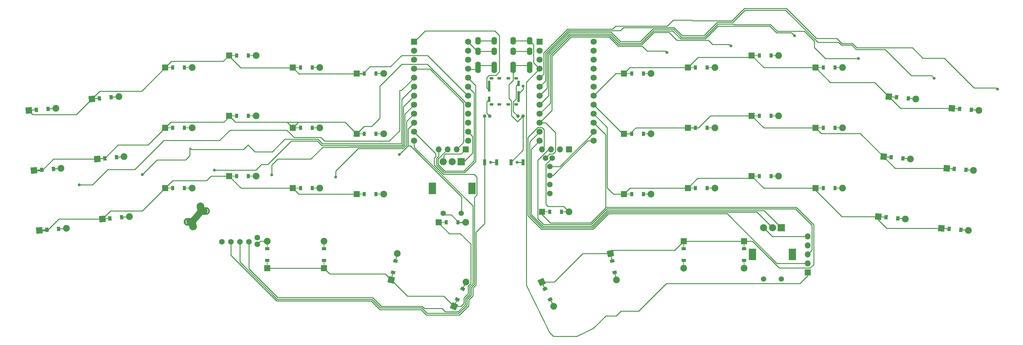
<source format=gbr>
%TF.GenerationSoftware,KiCad,Pcbnew,(6.0.6)*%
%TF.CreationDate,2022-07-17T13:12:23+02:00*%
%TF.ProjectId,main_wired,6d61696e-5f77-4697-9265-642e6b696361,v1.0.0*%
%TF.SameCoordinates,Original*%
%TF.FileFunction,Copper,L1,Top*%
%TF.FilePolarity,Positive*%
%FSLAX46Y46*%
G04 Gerber Fmt 4.6, Leading zero omitted, Abs format (unit mm)*
G04 Created by KiCad (PCBNEW (6.0.6)) date 2022-07-17 13:12:23*
%MOMM*%
%LPD*%
G01*
G04 APERTURE LIST*
G04 Aperture macros list*
%AMRotRect*
0 Rectangle, with rotation*
0 The origin of the aperture is its center*
0 $1 length*
0 $2 width*
0 $3 Rotation angle, in degrees counterclockwise*
0 Add horizontal line*
21,1,$1,$2,0,0,$3*%
%AMFreePoly0*
4,1,30,0.035502,0.119852,0.047057,0.112391,0.062500,0.108253,0.078963,0.091790,0.094624,0.081678,0.099251,0.071502,0.108253,0.062500,0.115298,0.036209,0.123753,0.017613,0.122534,0.009204,0.125000,0.000000,0.120281,-0.017613,0.116718,-0.030908,0.113655,-0.052035,0.109897,-0.056366,0.108253,-0.062500,0.080431,-0.090322,0.067530,-0.105189,0.064748,-0.106005,0.062500,-0.108253,
0.000000,-0.125000,-2.160000,-0.125000,-2.195502,-0.119852,-2.254624,-0.081678,-2.283753,-0.017613,-2.273655,0.052035,-2.227530,0.105189,-2.160000,0.125000,0.000000,0.125000,0.035502,0.119852,0.035502,0.119852,$1*%
%AMFreePoly1*
4,1,29,2.195502,0.119852,2.254624,0.081678,2.283753,0.017613,2.273655,-0.052035,2.227530,-0.105189,2.160000,-0.125000,0.000000,-0.125000,-0.035502,-0.119852,-0.047057,-0.112391,-0.062500,-0.108253,-0.078963,-0.091790,-0.094624,-0.081678,-0.099251,-0.071502,-0.108253,-0.062500,-0.115298,-0.036209,-0.123753,-0.017613,-0.122534,-0.009204,-0.125000,0.000000,-0.116718,0.030909,-0.113655,0.052035,
-0.109897,0.056366,-0.108253,0.062500,-0.080431,0.090322,-0.067530,0.105189,-0.064748,0.106005,-0.062500,0.108253,0.000000,0.125000,2.160000,0.125000,2.195502,0.119852,2.195502,0.119852,$1*%
G04 Aperture macros list end*
%TA.AperFunction,ComponentPad*%
%ADD10C,1.000000*%
%TD*%
%TA.AperFunction,ComponentPad*%
%ADD11R,1.700000X1.700000*%
%TD*%
%TA.AperFunction,ComponentPad*%
%ADD12O,1.700000X1.700000*%
%TD*%
%TA.AperFunction,SMDPad,CuDef*%
%ADD13FreePoly0,270.000000*%
%TD*%
%TA.AperFunction,SMDPad,CuDef*%
%ADD14FreePoly1,270.000000*%
%TD*%
%TA.AperFunction,SMDPad,CuDef*%
%ADD15R,1.200000X0.900000*%
%TD*%
%TA.AperFunction,ComponentPad*%
%ADD16C,1.905000*%
%TD*%
%TA.AperFunction,ComponentPad*%
%ADD17R,1.778000X1.778000*%
%TD*%
%TA.AperFunction,SMDPad,CuDef*%
%ADD18R,1.000000X0.800000*%
%TD*%
%TA.AperFunction,SMDPad,CuDef*%
%ADD19R,0.700000X1.500000*%
%TD*%
%TA.AperFunction,ComponentPad*%
%ADD20O,1.600000X2.200000*%
%TD*%
%TA.AperFunction,SMDPad,CuDef*%
%ADD21FreePoly0,90.000000*%
%TD*%
%TA.AperFunction,SMDPad,CuDef*%
%ADD22FreePoly1,90.000000*%
%TD*%
%TA.AperFunction,ComponentPad*%
%ADD23C,1.600000*%
%TD*%
%TA.AperFunction,SMDPad,CuDef*%
%ADD24FreePoly1,0.000000*%
%TD*%
%TA.AperFunction,SMDPad,CuDef*%
%ADD25FreePoly0,0.000000*%
%TD*%
%TA.AperFunction,SMDPad,CuDef*%
%ADD26R,0.900000X1.200000*%
%TD*%
%TA.AperFunction,ComponentPad*%
%ADD27R,2.000000X3.200000*%
%TD*%
%TA.AperFunction,ComponentPad*%
%ADD28C,1.500000*%
%TD*%
%TA.AperFunction,ComponentPad*%
%ADD29R,2.000000X2.000000*%
%TD*%
%TA.AperFunction,ComponentPad*%
%ADD30C,2.000000*%
%TD*%
%TA.AperFunction,SMDPad,CuDef*%
%ADD31FreePoly1,355.000000*%
%TD*%
%TA.AperFunction,SMDPad,CuDef*%
%ADD32FreePoly0,355.000000*%
%TD*%
%TA.AperFunction,SMDPad,CuDef*%
%ADD33RotRect,0.900000X1.200000X355.000000*%
%TD*%
%TA.AperFunction,ComponentPad*%
%ADD34RotRect,1.778000X1.778000X355.000000*%
%TD*%
%TA.AperFunction,SMDPad,CuDef*%
%ADD35FreePoly1,283.000000*%
%TD*%
%TA.AperFunction,SMDPad,CuDef*%
%ADD36FreePoly0,283.000000*%
%TD*%
%TA.AperFunction,SMDPad,CuDef*%
%ADD37RotRect,0.900000X1.200000X283.000000*%
%TD*%
%TA.AperFunction,ComponentPad*%
%ADD38RotRect,1.778000X1.778000X283.000000*%
%TD*%
%TA.AperFunction,SMDPad,CuDef*%
%ADD39FreePoly0,5.000000*%
%TD*%
%TA.AperFunction,SMDPad,CuDef*%
%ADD40FreePoly1,5.000000*%
%TD*%
%TA.AperFunction,SMDPad,CuDef*%
%ADD41RotRect,0.900000X1.200000X5.000000*%
%TD*%
%TA.AperFunction,ComponentPad*%
%ADD42RotRect,1.778000X1.778000X5.000000*%
%TD*%
%TA.AperFunction,SMDPad,CuDef*%
%ADD43FreePoly0,64.000000*%
%TD*%
%TA.AperFunction,SMDPad,CuDef*%
%ADD44FreePoly1,64.000000*%
%TD*%
%TA.AperFunction,SMDPad,CuDef*%
%ADD45RotRect,0.900000X1.200000X64.000000*%
%TD*%
%TA.AperFunction,ComponentPad*%
%ADD46RotRect,1.778000X1.778000X64.000000*%
%TD*%
%TA.AperFunction,SMDPad,CuDef*%
%ADD47R,0.900000X1.700000*%
%TD*%
%TA.AperFunction,ComponentPad*%
%ADD48R,1.752600X1.752600*%
%TD*%
%TA.AperFunction,ComponentPad*%
%ADD49C,1.752600*%
%TD*%
%TA.AperFunction,SMDPad,CuDef*%
%ADD50FreePoly0,77.000000*%
%TD*%
%TA.AperFunction,SMDPad,CuDef*%
%ADD51FreePoly1,77.000000*%
%TD*%
%TA.AperFunction,SMDPad,CuDef*%
%ADD52RotRect,0.900000X1.200000X77.000000*%
%TD*%
%TA.AperFunction,ComponentPad*%
%ADD53RotRect,1.778000X1.778000X77.000000*%
%TD*%
%TA.AperFunction,SMDPad,CuDef*%
%ADD54FreePoly0,296.000000*%
%TD*%
%TA.AperFunction,SMDPad,CuDef*%
%ADD55FreePoly1,296.000000*%
%TD*%
%TA.AperFunction,SMDPad,CuDef*%
%ADD56RotRect,0.900000X1.200000X296.000000*%
%TD*%
%TA.AperFunction,ComponentPad*%
%ADD57RotRect,1.778000X1.778000X296.000000*%
%TD*%
%TA.AperFunction,ViaPad*%
%ADD58C,0.800000*%
%TD*%
%TA.AperFunction,Conductor*%
%ADD59C,0.250000*%
%TD*%
G04 APERTURE END LIST*
%TO.C,REF\u002A\u002A*%
G36*
X123787627Y-91650004D02*
G01*
X123808642Y-91512006D01*
X123847340Y-91379908D01*
X123848812Y-91375952D01*
X123905494Y-91251452D01*
X123978616Y-91135468D01*
X124066742Y-91029663D01*
X124168438Y-90935699D01*
X124282273Y-90855240D01*
X124313918Y-90836603D01*
X124410104Y-90787499D01*
X124506802Y-90749583D01*
X124608320Y-90721685D01*
X124718971Y-90702635D01*
X124843067Y-90691263D01*
X124851419Y-90690778D01*
X124923465Y-90687374D01*
X124985054Y-90686365D01*
X125040771Y-90688231D01*
X125095200Y-90693454D01*
X125152929Y-90702518D01*
X125218541Y-90715902D01*
X125296625Y-90734091D01*
X125321682Y-90740192D01*
X125382296Y-90754799D01*
X125428577Y-90765082D01*
X125464704Y-90771587D01*
X125494853Y-90774865D01*
X125523204Y-90775461D01*
X125553935Y-90773925D01*
X125569505Y-90772696D01*
X125616035Y-90767788D01*
X125651714Y-90760720D01*
X125684831Y-90749214D01*
X125723676Y-90730995D01*
X125726517Y-90729565D01*
X125765821Y-90708267D01*
X125806055Y-90683325D01*
X125847961Y-90653966D01*
X125892276Y-90619419D01*
X125939744Y-90578911D01*
X125991101Y-90531670D01*
X126047090Y-90476922D01*
X126108451Y-90413897D01*
X126175924Y-90341822D01*
X126250247Y-90259923D01*
X126332164Y-90167429D01*
X126422412Y-90063568D01*
X126521734Y-89947567D01*
X126630868Y-89818654D01*
X126750555Y-89676056D01*
X126847377Y-89560039D01*
X126963897Y-89419943D01*
X127068619Y-89293521D01*
X127162159Y-89179880D01*
X127245132Y-89078123D01*
X127318153Y-88987357D01*
X127381839Y-88906686D01*
X127436805Y-88835215D01*
X127483666Y-88772051D01*
X127523040Y-88716297D01*
X127555540Y-88667059D01*
X127581784Y-88623442D01*
X127602386Y-88584552D01*
X127617962Y-88549493D01*
X127629128Y-88517372D01*
X127636500Y-88487292D01*
X127640693Y-88458359D01*
X127642322Y-88429679D01*
X127642240Y-88417414D01*
X127642156Y-88404915D01*
X127635471Y-88333030D01*
X127619302Y-88245422D01*
X127603704Y-88182608D01*
X130326076Y-88182608D01*
X130329441Y-88215741D01*
X130347462Y-88257753D01*
X130380477Y-88309543D01*
X130406663Y-88344463D01*
X130432448Y-88379949D01*
X130456564Y-88417403D01*
X130472140Y-88445523D01*
X130496376Y-88509328D01*
X130514979Y-88586050D01*
X130527294Y-88670119D01*
X130532661Y-88755969D01*
X130530422Y-88838031D01*
X130524409Y-88887696D01*
X130516495Y-88921494D01*
X130502909Y-88966308D01*
X130485736Y-89015654D01*
X130471483Y-89052403D01*
X130447528Y-89114641D01*
X130432719Y-89162916D01*
X130426739Y-89199908D01*
X130429270Y-89228293D01*
X130439998Y-89250746D01*
X130446999Y-89259188D01*
X130466789Y-89277000D01*
X130483696Y-89280766D01*
X130503934Y-89270460D01*
X130518584Y-89258914D01*
X130557795Y-89217074D01*
X130595566Y-89159410D01*
X130630518Y-89089239D01*
X130661271Y-89009874D01*
X130686444Y-88924635D01*
X130704658Y-88836837D01*
X130710033Y-88798897D01*
X130714683Y-88713598D01*
X130706924Y-88630845D01*
X130685919Y-88547455D01*
X130650827Y-88460244D01*
X130600809Y-88366029D01*
X130591918Y-88351015D01*
X130559864Y-88299622D01*
X130531987Y-88260508D01*
X130504258Y-88228654D01*
X130472654Y-88199047D01*
X130464000Y-88191681D01*
X130422494Y-88159866D01*
X130390238Y-88142708D01*
X130364947Y-88139588D01*
X130344333Y-88149893D01*
X130337037Y-88157454D01*
X130326076Y-88182608D01*
X127603704Y-88182608D01*
X127593841Y-88142886D01*
X127559283Y-88026212D01*
X127523385Y-87917923D01*
X127482287Y-87790475D01*
X127451876Y-87675684D01*
X127431754Y-87570603D01*
X127421525Y-87472286D01*
X127420792Y-87377784D01*
X127429158Y-87284149D01*
X127433817Y-87253121D01*
X127463071Y-87131184D01*
X127509639Y-87010424D01*
X127571737Y-86893287D01*
X127647581Y-86782220D01*
X127735386Y-86679668D01*
X127833368Y-86588080D01*
X127939743Y-86509900D01*
X128003325Y-86472340D01*
X128069163Y-86438502D01*
X128128682Y-86412325D01*
X128186713Y-86392472D01*
X128248081Y-86377603D01*
X128317616Y-86366378D01*
X128400144Y-86357458D01*
X128425398Y-86355262D01*
X128490456Y-86350060D01*
X128540739Y-86346831D01*
X128580512Y-86345611D01*
X128614044Y-86346434D01*
X128645600Y-86349330D01*
X128679448Y-86354336D01*
X128697246Y-86357408D01*
X128834850Y-86391242D01*
X128965398Y-86442079D01*
X129087523Y-86508690D01*
X129199850Y-86589845D01*
X129301009Y-86684311D01*
X129389630Y-86790862D01*
X129464340Y-86908264D01*
X129523767Y-87035290D01*
X129554782Y-87126649D01*
X129564007Y-87164616D01*
X129574280Y-87217324D01*
X129584862Y-87280453D01*
X129595008Y-87349685D01*
X129600984Y-87395626D01*
X129611319Y-87475389D01*
X129621574Y-87538013D01*
X129633540Y-87585402D01*
X129649008Y-87619468D01*
X129669771Y-87642114D01*
X129697618Y-87655253D01*
X129734342Y-87660791D01*
X129781734Y-87660635D01*
X129841585Y-87656693D01*
X129845785Y-87656365D01*
X129995264Y-87648630D01*
X130130128Y-87650415D01*
X130252556Y-87662066D01*
X130364729Y-87683927D01*
X130468829Y-87716340D01*
X130567034Y-87759652D01*
X130595353Y-87774646D01*
X130712380Y-87849714D01*
X130817887Y-87939247D01*
X130910931Y-88041756D01*
X130990567Y-88155749D01*
X131055852Y-88279738D01*
X131105842Y-88412232D01*
X131139591Y-88551744D01*
X131153247Y-88655023D01*
X131158839Y-88766298D01*
X131154576Y-88866831D01*
X131140026Y-88962532D01*
X131126903Y-89017417D01*
X131082463Y-89146454D01*
X131020926Y-89269049D01*
X130943722Y-89383570D01*
X130852282Y-89488384D01*
X130748035Y-89581859D01*
X130632412Y-89662360D01*
X130506843Y-89728255D01*
X130502757Y-89730069D01*
X130435211Y-89757580D01*
X130370322Y-89778537D01*
X130302522Y-89794253D01*
X130226248Y-89806043D01*
X130145072Y-89814439D01*
X130084493Y-89819229D01*
X130033079Y-89821883D01*
X129986385Y-89822132D01*
X129939965Y-89819710D01*
X129889375Y-89814347D01*
X129830170Y-89805774D01*
X129757905Y-89793725D01*
X129734606Y-89789670D01*
X129635375Y-89774638D01*
X129535072Y-89763737D01*
X129438743Y-89757318D01*
X129351430Y-89755735D01*
X129288174Y-89758446D01*
X129244505Y-89762393D01*
X129213244Y-89767192D01*
X129187706Y-89774994D01*
X129161202Y-89787951D01*
X129127046Y-89808214D01*
X129119981Y-89812549D01*
X129089048Y-89832915D01*
X129056758Y-89857151D01*
X129021906Y-89886481D01*
X128983287Y-89922132D01*
X128939696Y-89965330D01*
X128889928Y-90017301D01*
X128832779Y-90079270D01*
X128767044Y-90152465D01*
X128691517Y-90238110D01*
X128611409Y-90330038D01*
X128475604Y-90487542D01*
X128340979Y-90645616D01*
X128208897Y-90802590D01*
X128080721Y-90956798D01*
X127957811Y-91106570D01*
X127841532Y-91250239D01*
X127733246Y-91386136D01*
X127634314Y-91512594D01*
X127546098Y-91627943D01*
X127489601Y-91703701D01*
X127427079Y-91789905D01*
X127376259Y-91864032D01*
X127336579Y-91928708D01*
X127307484Y-91986558D01*
X127288415Y-92040207D01*
X127278812Y-92092279D01*
X127278119Y-92145400D01*
X127285776Y-92202194D01*
X127301226Y-92265284D01*
X127323911Y-92337298D01*
X127343107Y-92392489D01*
X127379804Y-92498357D01*
X127409631Y-92590918D01*
X127433716Y-92674257D01*
X127453186Y-92752455D01*
X127469171Y-92829595D01*
X127478394Y-92882130D01*
X127497058Y-93036569D01*
X127500256Y-93180329D01*
X127487787Y-93314280D01*
X127459450Y-93439296D01*
X127415042Y-93556245D01*
X127354362Y-93665999D01*
X127277207Y-93769430D01*
X127271244Y-93776389D01*
X127170931Y-93877925D01*
X127058134Y-93965453D01*
X126934425Y-94037959D01*
X126801378Y-94094428D01*
X126754900Y-94109612D01*
X126709934Y-94120758D01*
X126651358Y-94131712D01*
X126584478Y-94141824D01*
X126514600Y-94150446D01*
X126447026Y-94156930D01*
X126387063Y-94160627D01*
X126340015Y-94160890D01*
X126336664Y-94160726D01*
X126241539Y-94152062D01*
X126156611Y-94136209D01*
X126073749Y-94111487D01*
X126043159Y-94100211D01*
X125927557Y-94045893D01*
X125816672Y-93974634D01*
X125712232Y-93888399D01*
X125615963Y-93789150D01*
X125529597Y-93678854D01*
X125454858Y-93559474D01*
X125393477Y-93432974D01*
X125350552Y-93312881D01*
X125339537Y-93267935D01*
X125329725Y-93210449D01*
X125320764Y-93138081D01*
X125313814Y-93066049D01*
X125307521Y-92997675D01*
X125301565Y-92945898D01*
X125294988Y-92908217D01*
X125286834Y-92882132D01*
X125276146Y-92865143D01*
X125261964Y-92854750D01*
X125243333Y-92848451D01*
X125229392Y-92845555D01*
X125202058Y-92843131D01*
X125163457Y-92842964D01*
X125121330Y-92845057D01*
X125115784Y-92845514D01*
X124945989Y-92853567D01*
X124787888Y-92847282D01*
X124641768Y-92826700D01*
X124507918Y-92791863D01*
X124386628Y-92742813D01*
X124377177Y-92738126D01*
X124254038Y-92665964D01*
X124143161Y-92580104D01*
X124045591Y-92481791D01*
X123962363Y-92372271D01*
X123894518Y-92252784D01*
X123843097Y-92124575D01*
X123831051Y-92084679D01*
X123798795Y-91937813D01*
X123792119Y-91870710D01*
X123784332Y-91792430D01*
X123786024Y-91719295D01*
X124387890Y-91719295D01*
X124390596Y-91818350D01*
X124404528Y-91916836D01*
X124428556Y-92012245D01*
X124461549Y-92102070D01*
X124502372Y-92183802D01*
X124549897Y-92254936D01*
X124602989Y-92312962D01*
X124660518Y-92355372D01*
X124679379Y-92365097D01*
X124707283Y-92377781D01*
X124727152Y-92386382D01*
X124733861Y-92388826D01*
X124743022Y-92384149D01*
X124761504Y-92372970D01*
X124763582Y-92371658D01*
X124781693Y-92356472D01*
X124789332Y-92342605D01*
X124789313Y-92341794D01*
X124781498Y-92314571D01*
X124762824Y-92276167D01*
X124735055Y-92229792D01*
X124699954Y-92178655D01*
X124698994Y-92177340D01*
X124638080Y-92083804D01*
X124594052Y-91991828D01*
X124565476Y-91897407D01*
X124550926Y-91796538D01*
X124548818Y-91757024D01*
X124549050Y-91687241D01*
X124555804Y-91628606D01*
X124570747Y-91573755D01*
X124595550Y-91515322D01*
X124610106Y-91486403D01*
X124642700Y-91416378D01*
X124662780Y-91355988D01*
X124670222Y-91306262D01*
X124664904Y-91268228D01*
X124646702Y-91242912D01*
X124639937Y-91238591D01*
X124624830Y-91231750D01*
X124611335Y-91231278D01*
X124593571Y-91238468D01*
X124565657Y-91254608D01*
X124564925Y-91255048D01*
X124514369Y-91296468D01*
X124471747Y-91354564D01*
X124437401Y-91428441D01*
X124411673Y-91517204D01*
X124394903Y-91619958D01*
X124387890Y-91719295D01*
X123786024Y-91719295D01*
X123787627Y-91650004D01*
G37*
%TD*%
D10*
%TO.P,,1*%
%TO.N,L_POS*%
X210113557Y-61956210D03*
%TO.P,,2*%
%TO.N,L_GND*%
X208613557Y-61956210D03*
%TD*%
D11*
%TO.P,REF\u002A\u002A,1*%
%TO.N,R_VCC*%
X299763557Y-106056210D03*
D12*
%TO.P,REF\u002A\u002A,2*%
%TO.N,R_P2*%
X299763557Y-103516210D03*
%TO.P,REF\u002A\u002A,3*%
%TO.N,R_P3*%
X299763557Y-100976210D03*
%TO.P,REF\u002A\u002A,4*%
%TO.N,N/C*%
X299763557Y-98436210D03*
%TO.P,REF\u002A\u002A,5*%
%TO.N,R_GND*%
X299763557Y-95896210D03*
%TD*%
D13*
%TO.P,D40,*%
%TO.N,mirror_outer_thumb*%
X264763557Y-104866210D03*
D14*
%TO.N,R_P7*%
X264763557Y-97246210D03*
D15*
%TO.P,D40,1*%
X264763557Y-99406210D03*
D16*
%TO.N,mirror_outer_thumb*%
X264763557Y-104866210D03*
D17*
%TO.P,D40,2*%
%TO.N,R_P7*%
X264763557Y-97246210D03*
D15*
%TO.N,mirror_outer_thumb*%
X264763557Y-102706210D03*
%TD*%
D18*
%TO.P,,*%
%TO.N,*%
X217543557Y-58606210D03*
X215333557Y-58606210D03*
X215333557Y-51306210D03*
X217543557Y-51306210D03*
D19*
%TO.P,,1*%
%TO.N,R_POS*%
X218193557Y-52706210D03*
%TO.P,,2*%
%TO.N,R_RAW*%
X218193557Y-55706210D03*
%TO.P,,3*%
%TO.N,N/C*%
X218193557Y-57206210D03*
%TD*%
D20*
%TO.P,REF\u002A\u002A,1*%
%TO.N,L_GND*%
X211363557Y-48756210D03*
X206763557Y-48756210D03*
%TO.P,REF\u002A\u002A,2*%
X206763557Y-47656210D03*
X211363557Y-47656210D03*
%TO.P,REF\u002A\u002A,3*%
%TO.N,L_P1*%
X206763557Y-43656210D03*
X211363557Y-43656210D03*
%TO.P,REF\u002A\u002A,4*%
%TO.N,L_VCC*%
X211363557Y-40656210D03*
X206763557Y-40656210D03*
%TD*%
D21*
%TO.P,D19,*%
%TO.N,outer_thumb*%
X163363557Y-97246210D03*
D22*
%TO.N,L_P7*%
X163363557Y-104866210D03*
D16*
%TO.P,D19,1*%
%TO.N,outer_thumb*%
X163363557Y-97246210D03*
D15*
%TO.N,L_P7*%
X163363557Y-102706210D03*
D17*
%TO.P,D19,2*%
X163363557Y-104866210D03*
D15*
%TO.N,outer_thumb*%
X163363557Y-99406210D03*
%TD*%
D23*
%TO.P,REF\u002A\u002A,A*%
%TO.N,R_P8*%
X227038557Y-76146210D03*
%TO.P,REF\u002A\u002A,B*%
%TO.N,R_P9*%
X227038557Y-78686210D03*
%TO.P,REF\u002A\u002A,C*%
%TO.N,R_GND*%
X227038557Y-81226210D03*
%TO.P,REF\u002A\u002A,D*%
%TO.N,N/C*%
X227038557Y-83766210D03*
%TO.P,REF\u002A\u002A,S1*%
%TO.N,R_P14*%
X225813557Y-73756210D03*
%TO.P,REF\u002A\u002A,S2*%
%TO.N,mirror_inner_thumb_scroll*%
X227663557Y-73756210D03*
%TD*%
D24*
%TO.P,D32,*%
%TO.N,R_P5*%
X283953557Y-61856210D03*
D25*
%TO.N,mirror_middle_home*%
X291573557Y-61856210D03*
D26*
%TO.P,D32,1*%
%TO.N,R_P5*%
X286113557Y-61856210D03*
D16*
%TO.N,mirror_middle_home*%
X291573557Y-61856210D03*
D26*
%TO.P,D32,2*%
X289413557Y-61856210D03*
D17*
%TO.N,R_P5*%
X283953557Y-61856210D03*
%TD*%
D24*
%TO.P,D13,*%
%TO.N,L_P6*%
X154553557Y-82256210D03*
D25*
%TO.N,index_bottom*%
X162173557Y-82256210D03*
D16*
%TO.P,D13,1*%
X162173557Y-82256210D03*
D26*
%TO.N,L_P6*%
X156713557Y-82256210D03*
D17*
%TO.P,D13,2*%
X154553557Y-82256210D03*
D26*
%TO.N,index_bottom*%
X160013557Y-82256210D03*
%TD*%
D24*
%TO.P,D29,*%
%TO.N,R_P5*%
X301953557Y-65256210D03*
D25*
%TO.N,mirror_ring_home*%
X309573557Y-65256210D03*
D16*
%TO.P,D29,1*%
X309573557Y-65256210D03*
D26*
%TO.N,R_P5*%
X304113557Y-65256210D03*
%TO.P,D29,2*%
%TO.N,mirror_ring_home*%
X307413557Y-65256210D03*
D17*
%TO.N,R_P5*%
X301953557Y-65256210D03*
%TD*%
D27*
%TO.P,ROT2,*%
%TO.N,*%
X284203557Y-100936210D03*
X295403557Y-100936210D03*
D28*
%TO.P,ROT2,1*%
%TO.N,R_P20*%
X292303557Y-107936210D03*
%TO.P,ROT2,2*%
%TO.N,mirror_outer_thumb_rotary*%
X287303557Y-107936210D03*
D29*
%TO.P,ROT2,A*%
%TO.N,R_P10*%
X292303557Y-93436210D03*
D30*
%TO.P,ROT2,B*%
%TO.N,R_GND*%
X287303557Y-93436210D03*
%TO.P,ROT2,C*%
%TO.N,R_P16*%
X289803557Y-93436210D03*
%TD*%
D11*
%TO.P,OLED2,1*%
%TO.N,R_GND*%
X232473557Y-71306210D03*
D12*
%TO.P,OLED2,2*%
%TO.N,R_VCC*%
X229933557Y-71306210D03*
%TO.P,OLED2,3*%
%TO.N,R_P3*%
X227393557Y-71306210D03*
%TO.P,OLED2,4*%
%TO.N,R_P2*%
X224853557Y-71306210D03*
%TD*%
D31*
%TO.P,D22,*%
%TO.N,R_P6*%
X337451417Y-93580107D03*
D32*
%TO.N,mirror_outer_bottom*%
X345042421Y-94244233D03*
D33*
%TO.P,D22,1*%
%TO.N,R_P6*%
X339603198Y-93768363D03*
D16*
%TO.N,mirror_outer_bottom*%
X345042421Y-94244233D03*
D34*
%TO.P,D22,2*%
%TO.N,R_P6*%
X337451417Y-93580107D03*
D33*
%TO.N,mirror_outer_bottom*%
X342890640Y-94055977D03*
%TD*%
D35*
%TO.P,D41,*%
%TO.N,R_P7*%
X244101918Y-100721335D03*
D36*
%TO.N,mirror_home_thumb*%
X245816046Y-108146035D03*
D37*
%TO.P,D41,1*%
%TO.N,R_P7*%
X244587813Y-102825974D03*
D16*
%TO.N,mirror_home_thumb*%
X245816046Y-108146035D03*
D37*
%TO.P,D41,2*%
X245330151Y-106041396D03*
D38*
%TO.N,R_P7*%
X244101918Y-100721335D03*
%TD*%
D25*
%TO.P,D36,*%
%TO.N,mirror_index_top*%
X273573557Y-48256210D03*
D24*
%TO.N,R_P4*%
X265953557Y-48256210D03*
D26*
%TO.P,D36,1*%
X268113557Y-48256210D03*
D16*
%TO.N,mirror_index_top*%
X273573557Y-48256210D03*
D17*
%TO.P,D36,2*%
%TO.N,R_P4*%
X265953557Y-48256210D03*
D26*
%TO.N,mirror_index_top*%
X271413557Y-48256210D03*
%TD*%
D11*
%TO.P,OLED1,1*%
%TO.N,L_GND*%
X203273557Y-71306210D03*
D12*
%TO.P,OLED1,2*%
%TO.N,L_VCC*%
X200733557Y-71306210D03*
%TO.P,OLED1,3*%
%TO.N,L_P3*%
X198193557Y-71306210D03*
%TO.P,OLED1,4*%
%TO.N,L_P2*%
X195653557Y-71306210D03*
%TD*%
D10*
%TO.P,,1*%
%TO.N,R_POS*%
X218013557Y-61956210D03*
%TO.P,,2*%
%TO.N,R_GND*%
X219513557Y-61956210D03*
%TD*%
D25*
%TO.P,D37,*%
%TO.N,mirror_inner_bottom*%
X255573557Y-83956210D03*
D24*
%TO.N,R_P6*%
X247953557Y-83956210D03*
D26*
%TO.P,D37,1*%
X250113557Y-83956210D03*
D16*
%TO.N,mirror_inner_bottom*%
X255573557Y-83956210D03*
D26*
%TO.P,D37,2*%
X253413557Y-83956210D03*
D17*
%TO.N,R_P6*%
X247953557Y-83956210D03*
%TD*%
D25*
%TO.P,D38,*%
%TO.N,mirror_inner_home*%
X255573557Y-66956210D03*
D24*
%TO.N,R_P5*%
X247953557Y-66956210D03*
D26*
%TO.P,D38,1*%
X250113557Y-66956210D03*
D16*
%TO.N,mirror_inner_home*%
X255573557Y-66956210D03*
D26*
%TO.P,D38,2*%
X253413557Y-66956210D03*
D17*
%TO.N,R_P5*%
X247953557Y-66956210D03*
%TD*%
D32*
%TO.P,D24,*%
%TO.N,mirror_outer_top*%
X348005716Y-60373613D03*
D31*
%TO.N,R_P4*%
X340414712Y-59709487D03*
D16*
%TO.P,D24,1*%
%TO.N,mirror_outer_top*%
X348005716Y-60373613D03*
D33*
%TO.N,R_P4*%
X342566493Y-59897743D03*
D34*
%TO.P,D24,2*%
X340414712Y-59709487D03*
D33*
%TO.N,mirror_outer_top*%
X345853935Y-60185357D03*
%TD*%
D25*
%TO.P,D34,*%
%TO.N,mirror_index_bottom*%
X273573557Y-82256210D03*
D24*
%TO.N,R_P6*%
X265953557Y-82256210D03*
D26*
%TO.P,D34,1*%
X268113557Y-82256210D03*
D16*
%TO.N,mirror_index_bottom*%
X273573557Y-82256210D03*
D26*
%TO.P,D34,2*%
X271413557Y-82256210D03*
D17*
%TO.N,R_P6*%
X265953557Y-82256210D03*
%TD*%
D24*
%TO.P,D28,*%
%TO.N,R_P6*%
X301953557Y-82256210D03*
D25*
%TO.N,mirror_ring_bottom*%
X309573557Y-82256210D03*
D26*
%TO.P,D28,1*%
%TO.N,R_P6*%
X304113557Y-82256210D03*
D16*
%TO.N,mirror_ring_bottom*%
X309573557Y-82256210D03*
D26*
%TO.P,D28,2*%
X307413557Y-82256210D03*
D17*
%TO.N,R_P6*%
X301953557Y-82256210D03*
%TD*%
D32*
%TO.P,D25,*%
%TO.N,mirror_pinky_bottom*%
X327259081Y-90981899D03*
D31*
%TO.N,R_P6*%
X319668077Y-90317773D03*
D33*
%TO.P,D25,1*%
X321819858Y-90506029D03*
D16*
%TO.N,mirror_pinky_bottom*%
X327259081Y-90981899D03*
D34*
%TO.P,D25,2*%
%TO.N,R_P6*%
X319668077Y-90317773D03*
D33*
%TO.N,mirror_pinky_bottom*%
X325107300Y-90793643D03*
%TD*%
D24*
%TO.P,D14,*%
%TO.N,L_P5*%
X154553557Y-65256210D03*
D25*
%TO.N,index_home*%
X162173557Y-65256210D03*
D16*
%TO.P,D14,1*%
X162173557Y-65256210D03*
D26*
%TO.N,L_P5*%
X156713557Y-65256210D03*
D17*
%TO.P,D14,2*%
X154553557Y-65256210D03*
D26*
%TO.N,index_home*%
X160013557Y-65256210D03*
%TD*%
D24*
%TO.P,D16,*%
%TO.N,L_P6*%
X172553557Y-83956210D03*
D25*
%TO.N,inner_bottom*%
X180173557Y-83956210D03*
D16*
%TO.P,D16,1*%
X180173557Y-83956210D03*
D26*
%TO.N,L_P6*%
X174713557Y-83956210D03*
D17*
%TO.P,D16,2*%
X172553557Y-83956210D03*
D26*
%TO.N,inner_bottom*%
X178013557Y-83956210D03*
%TD*%
D20*
%TO.P,REF\u002A\u002A,1*%
%TO.N,R_GND*%
X221313557Y-48756210D03*
X216713557Y-48756210D03*
%TO.P,REF\u002A\u002A,2*%
X221313557Y-47656210D03*
X216713557Y-47656210D03*
%TO.P,REF\u002A\u002A,3*%
%TO.N,R_P1*%
X216713557Y-43656210D03*
X221313557Y-43656210D03*
%TO.P,REF\u002A\u002A,4*%
%TO.N,R_VCC*%
X221313557Y-40656210D03*
X216713557Y-40656210D03*
%TD*%
D13*
%TO.P,D46,*%
%TO.N,mirror_outer_thumb_rotary*%
X281763557Y-104866210D03*
D14*
%TO.N,R_P7*%
X281763557Y-97246210D03*
D16*
%TO.P,D46,1*%
%TO.N,mirror_outer_thumb_rotary*%
X281763557Y-104866210D03*
D15*
%TO.N,R_P7*%
X281763557Y-99406210D03*
%TO.P,D46,2*%
%TO.N,mirror_outer_thumb_rotary*%
X281763557Y-102706210D03*
D17*
%TO.N,R_P7*%
X281763557Y-97246210D03*
%TD*%
D24*
%TO.P,D44,*%
%TO.N,R_P7*%
X224853557Y-88956210D03*
D25*
%TO.N,mirror_inner_thumb_scroll*%
X232473557Y-88956210D03*
D16*
%TO.P,D44,1*%
X232473557Y-88956210D03*
D26*
%TO.N,R_P7*%
X227013557Y-88956210D03*
D17*
%TO.P,D44,2*%
X224853557Y-88956210D03*
D26*
%TO.N,mirror_inner_thumb_scroll*%
X230313557Y-88956210D03*
%TD*%
D39*
%TO.P,D2,*%
%TO.N,outer_home*%
X89194049Y-76644797D03*
D40*
%TO.N,L_P5*%
X81603045Y-77308923D03*
D16*
%TO.P,D2,1*%
%TO.N,outer_home*%
X89194049Y-76644797D03*
D41*
%TO.N,L_P5*%
X83754826Y-77120667D03*
%TO.P,D2,2*%
%TO.N,outer_home*%
X87042268Y-76833053D03*
D42*
%TO.N,L_P5*%
X81603045Y-77308923D03*
%TD*%
D27*
%TO.P,ROT1,*%
%TO.N,*%
X205103557Y-82336210D03*
X193903557Y-82336210D03*
D28*
%TO.P,ROT1,1*%
%TO.N,L_P14*%
X202003557Y-89336210D03*
%TO.P,ROT1,2*%
%TO.N,inner_thumb_rotary*%
X197003557Y-89336210D03*
D29*
%TO.P,ROT1,A*%
%TO.N,L_P8*%
X202003557Y-74836210D03*
D30*
%TO.P,ROT1,B*%
%TO.N,L_GND*%
X197003557Y-74836210D03*
%TO.P,ROT1,C*%
%TO.N,L_P9*%
X199503557Y-74836210D03*
%TD*%
D25*
%TO.P,D11,*%
%TO.N,middle_home*%
X144173557Y-61856210D03*
D24*
%TO.N,L_P5*%
X136553557Y-61856210D03*
D16*
%TO.P,D11,1*%
%TO.N,middle_home*%
X144173557Y-61856210D03*
D26*
%TO.N,L_P5*%
X138713557Y-61856210D03*
D17*
%TO.P,D11,2*%
X136553557Y-61856210D03*
D26*
%TO.N,middle_home*%
X142013557Y-61856210D03*
%TD*%
D40*
%TO.P,D1,*%
%TO.N,L_P6*%
X83084692Y-94244233D03*
D39*
%TO.N,outer_bottom*%
X90675696Y-93580107D03*
D41*
%TO.P,D1,1*%
%TO.N,L_P6*%
X85236473Y-94055977D03*
D16*
%TO.N,outer_bottom*%
X90675696Y-93580107D03*
D41*
%TO.P,D1,2*%
X88523915Y-93768363D03*
D42*
%TO.N,L_P6*%
X83084692Y-94244233D03*
%TD*%
D43*
%TO.P,D21,*%
%TO.N,inner_thumb*%
X203375544Y-108755250D03*
D44*
%TO.N,L_P7*%
X200035156Y-115604060D03*
D16*
%TO.P,D21,1*%
%TO.N,inner_thumb*%
X203375544Y-108755250D03*
D45*
%TO.N,L_P7*%
X200982038Y-113662665D03*
D46*
%TO.P,D21,2*%
X200035156Y-115604060D03*
D45*
%TO.N,inner_thumb*%
X202428662Y-110696645D03*
%TD*%
D47*
%TO.P,,1*%
%TO.N,R_RST*%
X219463557Y-74956210D03*
%TO.P,,2*%
%TO.N,R_GND*%
X216063557Y-74956210D03*
%TD*%
D31*
%TO.P,D26,*%
%TO.N,R_P5*%
X321149725Y-73382463D03*
D32*
%TO.N,mirror_pinky_home*%
X328740729Y-74046589D03*
D16*
%TO.P,D26,1*%
X328740729Y-74046589D03*
D33*
%TO.N,R_P5*%
X323301506Y-73570719D03*
D34*
%TO.P,D26,2*%
X321149725Y-73382463D03*
D33*
%TO.N,mirror_pinky_home*%
X326588948Y-73858333D03*
%TD*%
D25*
%TO.P,D31,*%
%TO.N,mirror_middle_bottom*%
X291573557Y-78856210D03*
D24*
%TO.N,R_P6*%
X283953557Y-78856210D03*
D26*
%TO.P,D31,1*%
X286113557Y-78856210D03*
D16*
%TO.N,mirror_middle_bottom*%
X291573557Y-78856210D03*
D17*
%TO.P,D31,2*%
%TO.N,R_P6*%
X283953557Y-78856210D03*
D26*
%TO.N,mirror_middle_bottom*%
X289413557Y-78856210D03*
%TD*%
D25*
%TO.P,D30,*%
%TO.N,mirror_ring_top*%
X309573557Y-48256210D03*
D24*
%TO.N,R_P4*%
X301953557Y-48256210D03*
D16*
%TO.P,D30,1*%
%TO.N,mirror_ring_top*%
X309573557Y-48256210D03*
D26*
%TO.N,R_P4*%
X304113557Y-48256210D03*
D17*
%TO.P,D30,2*%
X301953557Y-48256210D03*
D26*
%TO.N,mirror_ring_top*%
X307413557Y-48256210D03*
%TD*%
D24*
%TO.P,D12,*%
%TO.N,L_P4*%
X136553557Y-44856210D03*
D25*
%TO.N,middle_top*%
X144173557Y-44856210D03*
D26*
%TO.P,D12,1*%
%TO.N,L_P4*%
X138713557Y-44856210D03*
D16*
%TO.N,middle_top*%
X144173557Y-44856210D03*
D17*
%TO.P,D12,2*%
%TO.N,L_P4*%
X136553557Y-44856210D03*
D26*
%TO.N,middle_top*%
X142013557Y-44856210D03*
%TD*%
D25*
%TO.P,D15,*%
%TO.N,index_top*%
X162173557Y-48256210D03*
D24*
%TO.N,L_P4*%
X154553557Y-48256210D03*
D16*
%TO.P,D15,1*%
%TO.N,index_top*%
X162173557Y-48256210D03*
D26*
%TO.N,L_P4*%
X156713557Y-48256210D03*
%TO.P,D15,2*%
%TO.N,index_top*%
X160013557Y-48256210D03*
D17*
%TO.N,L_P4*%
X154553557Y-48256210D03*
%TD*%
D39*
%TO.P,D5,*%
%TO.N,pinky_home*%
X106977388Y-73382463D03*
D40*
%TO.N,L_P5*%
X99386384Y-74046589D03*
D16*
%TO.P,D5,1*%
%TO.N,pinky_home*%
X106977388Y-73382463D03*
D41*
%TO.N,L_P5*%
X101538165Y-73858333D03*
%TO.P,D5,2*%
%TO.N,pinky_home*%
X104825607Y-73570719D03*
D42*
%TO.N,L_P5*%
X99386384Y-74046589D03*
%TD*%
D24*
%TO.P,D17,*%
%TO.N,L_P5*%
X172553557Y-66956210D03*
D25*
%TO.N,inner_home*%
X180173557Y-66956210D03*
D26*
%TO.P,D17,1*%
%TO.N,L_P5*%
X174713557Y-66956210D03*
D16*
%TO.N,inner_home*%
X180173557Y-66956210D03*
D17*
%TO.P,D17,2*%
%TO.N,L_P5*%
X172553557Y-66956210D03*
D26*
%TO.N,inner_home*%
X178013557Y-66956210D03*
%TD*%
D25*
%TO.P,D9,*%
%TO.N,ring_top*%
X126173557Y-48256210D03*
D24*
%TO.N,L_P4*%
X118553557Y-48256210D03*
D16*
%TO.P,D9,1*%
%TO.N,ring_top*%
X126173557Y-48256210D03*
D26*
%TO.N,L_P4*%
X120713557Y-48256210D03*
%TO.P,D9,2*%
%TO.N,ring_top*%
X124013557Y-48256210D03*
D17*
%TO.N,L_P4*%
X118553557Y-48256210D03*
%TD*%
D18*
%TO.P,,*%
%TO.N,*%
X212793557Y-51306210D03*
X212793557Y-58606210D03*
X210583557Y-58606210D03*
X210583557Y-51306210D03*
D19*
%TO.P,,1*%
%TO.N,L_POS*%
X209933557Y-57206210D03*
%TO.P,,2*%
%TO.N,L_RAW*%
X209933557Y-54206210D03*
%TO.P,,3*%
%TO.N,N/C*%
X209933557Y-52706210D03*
%TD*%
D25*
%TO.P,D18,*%
%TO.N,inner_top*%
X180173557Y-49956210D03*
D24*
%TO.N,L_P4*%
X172553557Y-49956210D03*
D26*
%TO.P,D18,1*%
X174713557Y-49956210D03*
D16*
%TO.N,inner_top*%
X180173557Y-49956210D03*
D26*
%TO.P,D18,2*%
X178013557Y-49956210D03*
D17*
%TO.N,L_P4*%
X172553557Y-49956210D03*
%TD*%
D24*
%TO.P,D39,*%
%TO.N,R_P4*%
X247953557Y-49956210D03*
D25*
%TO.N,mirror_inner_top*%
X255573557Y-49956210D03*
D26*
%TO.P,D39,1*%
%TO.N,R_P4*%
X250113557Y-49956210D03*
D16*
%TO.N,mirror_inner_top*%
X255573557Y-49956210D03*
D26*
%TO.P,D39,2*%
X253413557Y-49956210D03*
D17*
%TO.N,R_P4*%
X247953557Y-49956210D03*
%TD*%
D23*
%TO.P,REF\u002A\u002A,A*%
%TO.N,L_P10*%
X142173557Y-97431210D03*
%TO.P,REF\u002A\u002A,B*%
%TO.N,L_P16*%
X139633557Y-97431210D03*
%TO.P,REF\u002A\u002A,C*%
%TO.N,L_GND*%
X137093557Y-97431210D03*
%TO.P,REF\u002A\u002A,D*%
%TO.N,N/C*%
X134553557Y-97431210D03*
%TO.P,REF\u002A\u002A,S1*%
%TO.N,L_P20*%
X144563557Y-96206210D03*
%TO.P,REF\u002A\u002A,S2*%
%TO.N,outer_thumb_rotary*%
X144563557Y-98056210D03*
%TD*%
D24*
%TO.P,D7,*%
%TO.N,L_P6*%
X118553557Y-82256210D03*
D25*
%TO.N,ring_bottom*%
X126173557Y-82256210D03*
D16*
%TO.P,D7,1*%
X126173557Y-82256210D03*
D26*
%TO.N,L_P6*%
X120713557Y-82256210D03*
%TO.P,D7,2*%
%TO.N,ring_bottom*%
X124013557Y-82256210D03*
D17*
%TO.N,L_P6*%
X118553557Y-82256210D03*
%TD*%
D39*
%TO.P,D6,*%
%TO.N,pinky_top*%
X105495741Y-56447153D03*
D40*
%TO.N,L_P4*%
X97904737Y-57111279D03*
D16*
%TO.P,D6,1*%
%TO.N,pinky_top*%
X105495741Y-56447153D03*
D41*
%TO.N,L_P4*%
X100056518Y-56923023D03*
%TO.P,D6,2*%
%TO.N,pinky_top*%
X103343960Y-56635409D03*
D42*
%TO.N,L_P4*%
X97904737Y-57111279D03*
%TD*%
D22*
%TO.P,D45,*%
%TO.N,L_P7*%
X147363557Y-104866210D03*
D21*
%TO.N,outer_thumb_rotary*%
X147363557Y-97246210D03*
D16*
%TO.P,D45,1*%
X147363557Y-97246210D03*
D15*
%TO.N,L_P7*%
X147363557Y-102706210D03*
D17*
%TO.P,D45,2*%
X147363557Y-104866210D03*
D15*
%TO.N,outer_thumb_rotary*%
X147363557Y-99406210D03*
%TD*%
D47*
%TO.P,,1*%
%TO.N,L_RST*%
X212063557Y-74956210D03*
%TO.P,,2*%
%TO.N,L_GND*%
X208663557Y-74956210D03*
%TD*%
D25*
%TO.P,D10,*%
%TO.N,middle_bottom*%
X144173557Y-78856210D03*
D24*
%TO.N,L_P6*%
X136553557Y-78856210D03*
D16*
%TO.P,D10,1*%
%TO.N,middle_bottom*%
X144173557Y-78856210D03*
D26*
%TO.N,L_P6*%
X138713557Y-78856210D03*
%TO.P,D10,2*%
%TO.N,middle_bottom*%
X142013557Y-78856210D03*
D17*
%TO.N,L_P6*%
X136553557Y-78856210D03*
%TD*%
D24*
%TO.P,D43,*%
%TO.N,L_P7*%
X195653557Y-91956210D03*
D25*
%TO.N,inner_thumb_rotary*%
X203273557Y-91956210D03*
D16*
%TO.P,D43,1*%
X203273557Y-91956210D03*
D26*
%TO.N,L_P7*%
X197813557Y-91956210D03*
D17*
%TO.P,D43,2*%
X195653557Y-91956210D03*
D26*
%TO.N,inner_thumb_rotary*%
X201113557Y-91956210D03*
%TD*%
D31*
%TO.P,D27,*%
%TO.N,R_P4*%
X322631373Y-56447153D03*
D32*
%TO.N,mirror_pinky_top*%
X330222377Y-57111279D03*
D33*
%TO.P,D27,1*%
%TO.N,R_P4*%
X324783154Y-56635409D03*
D16*
%TO.N,mirror_pinky_top*%
X330222377Y-57111279D03*
D34*
%TO.P,D27,2*%
%TO.N,R_P4*%
X322631373Y-56447153D03*
D33*
%TO.N,mirror_pinky_top*%
X328070596Y-56923023D03*
%TD*%
D48*
%TO.P,MCU2,1*%
%TO.N,R_RAW*%
X224143557Y-40986210D03*
D49*
%TO.P,MCU2,2*%
%TO.N,R_GND*%
X224143557Y-43526210D03*
%TO.P,MCU2,3*%
%TO.N,R_RST*%
X224143557Y-46066210D03*
%TO.P,MCU2,4*%
%TO.N,R_VCC*%
X224143557Y-48606210D03*
%TO.P,MCU2,5*%
%TO.N,R_P21*%
X224143557Y-51146210D03*
%TO.P,MCU2,6*%
%TO.N,R_P20*%
X224143557Y-53686210D03*
%TO.P,MCU2,7*%
%TO.N,R_P19*%
X224143557Y-56226210D03*
%TO.P,MCU2,8*%
%TO.N,R_P18*%
X224143557Y-58766210D03*
%TO.P,MCU2,9*%
%TO.N,R_P15*%
X224143557Y-61306210D03*
%TO.P,MCU2,10*%
%TO.N,R_P14*%
X224143557Y-63846210D03*
%TO.P,MCU2,11*%
%TO.N,R_P16*%
X224143557Y-66386210D03*
%TO.P,MCU2,12*%
%TO.N,R_P10*%
X224143557Y-68926210D03*
%TO.P,MCU2,13*%
%TO.N,R_P1*%
X239383557Y-40986210D03*
%TO.P,MCU2,14*%
%TO.N,R_P0*%
X239383557Y-43526210D03*
%TO.P,MCU2,15*%
%TO.N,R_GND*%
X239383557Y-46066210D03*
%TO.P,MCU2,16*%
X239383557Y-48606210D03*
%TO.P,MCU2,17*%
%TO.N,R_P2*%
X239383557Y-51146210D03*
%TO.P,MCU2,18*%
%TO.N,R_P3*%
X239383557Y-53686210D03*
%TO.P,MCU2,19*%
%TO.N,R_P4*%
X239383557Y-56226210D03*
%TO.P,MCU2,20*%
%TO.N,R_P5*%
X239383557Y-58766210D03*
%TO.P,MCU2,21*%
%TO.N,R_P6*%
X239383557Y-61306210D03*
%TO.P,MCU2,22*%
%TO.N,R_P7*%
X239383557Y-63846210D03*
%TO.P,MCU2,23*%
%TO.N,R_P8*%
X239383557Y-66386210D03*
%TO.P,MCU2,24*%
%TO.N,R_P9*%
X239383557Y-68926210D03*
%TD*%
D50*
%TO.P,D20,*%
%TO.N,home_thumb*%
X184025196Y-100721335D03*
D51*
%TO.N,L_P7*%
X182311068Y-108146035D03*
D52*
%TO.P,D20,1*%
X182796963Y-106041396D03*
D16*
%TO.N,home_thumb*%
X184025196Y-100721335D03*
D53*
%TO.P,D20,2*%
%TO.N,L_P7*%
X182311068Y-108146035D03*
D52*
%TO.N,home_thumb*%
X183539301Y-102825974D03*
%TD*%
D40*
%TO.P,D3,*%
%TO.N,L_P4*%
X80121397Y-60373613D03*
D39*
%TO.N,outer_top*%
X87712401Y-59709487D03*
D41*
%TO.P,D3,1*%
%TO.N,L_P4*%
X82273178Y-60185357D03*
D16*
%TO.N,outer_top*%
X87712401Y-59709487D03*
D42*
%TO.P,D3,2*%
%TO.N,L_P4*%
X80121397Y-60373613D03*
D41*
%TO.N,outer_top*%
X85560620Y-59897743D03*
%TD*%
D32*
%TO.P,D23,*%
%TO.N,mirror_outer_home*%
X346524069Y-77308923D03*
D31*
%TO.N,R_P5*%
X338933065Y-76644797D03*
D33*
%TO.P,D23,1*%
X341084846Y-76833053D03*
D16*
%TO.N,mirror_outer_home*%
X346524069Y-77308923D03*
D34*
%TO.P,D23,2*%
%TO.N,R_P5*%
X338933065Y-76644797D03*
D33*
%TO.N,mirror_outer_home*%
X344372288Y-77120667D03*
%TD*%
D25*
%TO.P,D33,*%
%TO.N,mirror_middle_top*%
X291573557Y-44856210D03*
D24*
%TO.N,R_P4*%
X283953557Y-44856210D03*
D26*
%TO.P,D33,1*%
X286113557Y-44856210D03*
D16*
%TO.N,mirror_middle_top*%
X291573557Y-44856210D03*
D26*
%TO.P,D33,2*%
X289413557Y-44856210D03*
D17*
%TO.N,R_P4*%
X283953557Y-44856210D03*
%TD*%
D40*
%TO.P,D4,*%
%TO.N,L_P6*%
X100868032Y-90981899D03*
D39*
%TO.N,pinky_bottom*%
X108459036Y-90317773D03*
D41*
%TO.P,D4,1*%
%TO.N,L_P6*%
X103019813Y-90793643D03*
D16*
%TO.N,pinky_bottom*%
X108459036Y-90317773D03*
D41*
%TO.P,D4,2*%
X106307255Y-90506029D03*
D42*
%TO.N,L_P6*%
X100868032Y-90981899D03*
%TD*%
D25*
%TO.P,D8,*%
%TO.N,ring_home*%
X126173557Y-65256210D03*
D24*
%TO.N,L_P5*%
X118553557Y-65256210D03*
D26*
%TO.P,D8,1*%
X120713557Y-65256210D03*
D16*
%TO.N,ring_home*%
X126173557Y-65256210D03*
D17*
%TO.P,D8,2*%
%TO.N,L_P5*%
X118553557Y-65256210D03*
D26*
%TO.N,ring_home*%
X124013557Y-65256210D03*
%TD*%
D54*
%TO.P,D42,*%
%TO.N,mirror_inner_thumb*%
X228091957Y-115604060D03*
D55*
%TO.N,R_P7*%
X224751569Y-108755250D03*
D56*
%TO.P,D42,1*%
X225698451Y-110696645D03*
D16*
%TO.N,mirror_inner_thumb*%
X228091957Y-115604060D03*
D56*
%TO.P,D42,2*%
X227145075Y-113662665D03*
D57*
%TO.N,R_P7*%
X224751569Y-108755250D03*
%TD*%
D25*
%TO.P,D35,*%
%TO.N,mirror_index_home*%
X273573557Y-65256210D03*
D24*
%TO.N,R_P5*%
X265953557Y-65256210D03*
D26*
%TO.P,D35,1*%
X268113557Y-65256210D03*
D16*
%TO.N,mirror_index_home*%
X273573557Y-65256210D03*
D17*
%TO.P,D35,2*%
%TO.N,R_P5*%
X265953557Y-65256210D03*
D26*
%TO.N,mirror_index_home*%
X271413557Y-65256210D03*
%TD*%
D48*
%TO.P,MCU1,1*%
%TO.N,L_RAW*%
X188743557Y-40986210D03*
D49*
%TO.P,MCU1,2*%
%TO.N,L_GND*%
X188743557Y-43526210D03*
%TO.P,MCU1,3*%
%TO.N,L_RST*%
X188743557Y-46066210D03*
%TO.P,MCU1,4*%
%TO.N,L_VCC*%
X188743557Y-48606210D03*
%TO.P,MCU1,5*%
%TO.N,L_P21*%
X188743557Y-51146210D03*
%TO.P,MCU1,6*%
%TO.N,L_P20*%
X188743557Y-53686210D03*
%TO.P,MCU1,7*%
%TO.N,L_P19*%
X188743557Y-56226210D03*
%TO.P,MCU1,8*%
%TO.N,L_P18*%
X188743557Y-58766210D03*
%TO.P,MCU1,9*%
%TO.N,L_P15*%
X188743557Y-61306210D03*
%TO.P,MCU1,10*%
%TO.N,L_P14*%
X188743557Y-63846210D03*
%TO.P,MCU1,11*%
%TO.N,L_P16*%
X188743557Y-66386210D03*
%TO.P,MCU1,12*%
%TO.N,L_P10*%
X188743557Y-68926210D03*
%TO.P,MCU1,13*%
%TO.N,L_P1*%
X203983557Y-40986210D03*
%TO.P,MCU1,14*%
%TO.N,L_P0*%
X203983557Y-43526210D03*
%TO.P,MCU1,15*%
%TO.N,L_GND*%
X203983557Y-46066210D03*
%TO.P,MCU1,16*%
X203983557Y-48606210D03*
%TO.P,MCU1,17*%
%TO.N,L_P2*%
X203983557Y-51146210D03*
%TO.P,MCU1,18*%
%TO.N,L_P3*%
X203983557Y-53686210D03*
%TO.P,MCU1,19*%
%TO.N,L_P4*%
X203983557Y-56226210D03*
%TO.P,MCU1,20*%
%TO.N,L_P5*%
X203983557Y-58766210D03*
%TO.P,MCU1,21*%
%TO.N,L_P6*%
X203983557Y-61306210D03*
%TO.P,MCU1,22*%
%TO.N,L_P7*%
X203983557Y-63846210D03*
%TO.P,MCU1,23*%
%TO.N,L_P8*%
X203983557Y-66386210D03*
%TO.P,MCU1,24*%
%TO.N,L_P9*%
X203983557Y-68926210D03*
%TD*%
D58*
%TO.N,L_P21*%
X94360447Y-81322584D03*
%TO.N,L_P20*%
X112143786Y-78429245D03*
%TO.N,L_P19*%
X132440483Y-77192548D03*
%TO.N,L_P18*%
X148637911Y-78565120D03*
%TO.N,L_P15*%
X166637911Y-79135120D03*
%TO.N,L_P14*%
X184637911Y-72775120D03*
%TO.N,R_P21*%
X353216338Y-54326573D03*
%TO.N,R_P20*%
X335432998Y-51269913D03*
%TO.N,R_P19*%
X314038557Y-45654354D03*
%TO.N,R_P18*%
X296038557Y-39274354D03*
%TO.N,R_P15*%
X278038557Y-42174354D03*
%TO.N,R_P14*%
X260038557Y-43974354D03*
%TO.N,L_RST*%
X210362265Y-74970766D03*
%TO.N,R_RAW*%
X219521339Y-53478428D03*
%TO.N,R_RST*%
X217752911Y-74950000D03*
%TD*%
D59*
%TO.N,L_P5*%
X179112911Y-53460120D02*
X185273031Y-47300000D01*
X176812911Y-64800000D02*
X179112911Y-62500000D01*
X179112911Y-62500000D02*
X179112911Y-53460120D01*
X174709767Y-64800000D02*
X176812911Y-64800000D01*
X185273031Y-47300000D02*
X192495935Y-47300000D01*
X192495935Y-47300000D02*
X203982911Y-58786976D01*
X172553557Y-66956210D02*
X174709767Y-64800000D01*
X156963785Y-63649126D02*
X169246473Y-63649126D01*
X169246473Y-63649126D02*
X172553557Y-66956210D01*
X113709767Y-70100000D02*
X118553557Y-65256210D01*
X105296498Y-70100000D02*
X113709767Y-70100000D01*
X101538165Y-73858333D02*
X105296498Y-70100000D01*
X120160641Y-63649126D02*
X135062037Y-63649126D01*
X120160641Y-63649126D02*
X118553557Y-65256210D01*
X136553557Y-61856210D02*
X136553557Y-62157606D01*
X136553557Y-62157606D02*
X135062037Y-63649126D01*
X138346473Y-63649126D02*
X136553557Y-61856210D01*
X138346473Y-63649126D02*
X151263785Y-63649126D01*
X152946473Y-63649126D02*
X151263785Y-63649126D01*
X154553557Y-65256210D02*
X152946473Y-63649126D01*
X151263785Y-63649126D02*
X156963785Y-63649126D01*
X156963785Y-63649126D02*
X156160641Y-63649126D01*
X156160641Y-63649126D02*
X154553557Y-65256210D01*
%TO.N,L_P21*%
X162502265Y-67980766D02*
X163512265Y-68990766D01*
X184692265Y-54700766D02*
X185209121Y-54700766D01*
X133922265Y-68840766D02*
X136863031Y-65900000D01*
X110012265Y-77030766D02*
X118202265Y-68840766D01*
X184692265Y-66050766D02*
X184692265Y-54700766D01*
X136863031Y-65900000D02*
X152881499Y-65900000D01*
X94360447Y-81322584D02*
X98100447Y-81322584D01*
X98100447Y-81322584D02*
X102392265Y-77030766D01*
X102392265Y-77030766D02*
X110012265Y-77030766D01*
X181752265Y-68990766D02*
X184692265Y-66050766D01*
X185209121Y-54700766D02*
X188742911Y-51166976D01*
X152881499Y-65900000D02*
X154962265Y-67980766D01*
X154962265Y-67980766D02*
X162502265Y-67980766D01*
X118202265Y-68840766D02*
X133922265Y-68840766D01*
X163512265Y-68990766D02*
X181752265Y-68990766D01*
%TO.N,L_P6*%
X120682265Y-80120766D02*
X130252265Y-80120766D01*
X130252265Y-80120766D02*
X131496055Y-78876976D01*
X85309038Y-94264999D02*
X88571372Y-91002665D01*
X172552911Y-83976976D02*
X156252911Y-83976976D01*
X88571372Y-91002665D02*
X100867386Y-91002665D01*
X83084046Y-94264999D02*
X85309038Y-94264999D01*
X112139121Y-88690766D02*
X118552911Y-82276976D01*
X139952911Y-82276976D02*
X136552911Y-78876976D01*
X131496055Y-78876976D02*
X136552911Y-78876976D01*
X118552911Y-82250120D02*
X120682265Y-80120766D01*
X156252911Y-83976976D02*
X154552911Y-82276976D01*
X118552911Y-82276976D02*
X118552911Y-82250120D01*
X103179285Y-88690766D02*
X112139121Y-88690766D01*
X154552911Y-82276976D02*
X139952911Y-82276976D01*
X100867386Y-91002665D02*
X103179285Y-88690766D01*
%TO.N,L_P5*%
X83812700Y-77329689D02*
X87075034Y-74067355D01*
X81602399Y-77329689D02*
X83812700Y-77329689D01*
X87075034Y-74067355D02*
X99385738Y-74067355D01*
%TO.N,L_P4*%
X156376701Y-50100766D02*
X156442265Y-50100766D01*
X192535935Y-44800000D02*
X203982911Y-56246976D01*
X154552911Y-48276976D02*
X156376701Y-50100766D01*
X134969121Y-46460766D02*
X136552911Y-44876976D01*
X156442265Y-50100766D02*
X156566055Y-49976976D01*
X176312911Y-48000000D02*
X182063031Y-48000000D01*
X81227138Y-61500766D02*
X93535370Y-61500766D01*
X156566055Y-49976976D02*
X174335935Y-49976976D01*
X80120751Y-60394379D02*
X81227138Y-61500766D01*
X185263031Y-44800000D02*
X192535935Y-44800000D01*
X174335935Y-49976976D02*
X176312911Y-48000000D01*
X120369121Y-46460766D02*
X134969121Y-46460766D01*
X136552911Y-44876976D02*
X136552911Y-44951412D01*
X136552911Y-44951412D02*
X139878475Y-48276976D01*
X139878475Y-48276976D02*
X154552911Y-48276976D01*
X111939121Y-54890766D02*
X120369121Y-46460766D01*
X100145370Y-54890766D02*
X111939121Y-54890766D01*
X182063031Y-48000000D02*
X185263031Y-44800000D01*
X93535370Y-61500766D02*
X100145370Y-54890766D01*
%TO.N,L_P20*%
X141934609Y-70088422D02*
X143848164Y-72001977D01*
X152293190Y-68500000D02*
X161659081Y-68500000D01*
X162929847Y-69770766D02*
X185096681Y-69770766D01*
X116302265Y-74270766D02*
X124302265Y-74270766D01*
X161659081Y-68500000D02*
X162929847Y-69770766D01*
X125922422Y-71355278D02*
X140667753Y-71355278D01*
X140667753Y-71355278D02*
X141934609Y-70088422D01*
X112143786Y-78429245D02*
X116302265Y-74270766D01*
X185096681Y-69770766D02*
X185252265Y-69615182D01*
X143848164Y-72001977D02*
X148791213Y-72001977D01*
X125487910Y-73085121D02*
X125487910Y-70920766D01*
X148791213Y-72001977D02*
X152293190Y-68500000D01*
X185252265Y-57197622D02*
X188742911Y-53706976D01*
X124302265Y-74270766D02*
X125487910Y-73085121D01*
X125487910Y-70920766D02*
X125922422Y-71355278D01*
X185252265Y-69615182D02*
X185252265Y-57197622D01*
%TO.N,L_P19*%
X161472685Y-68950000D02*
X162743451Y-70220766D01*
X147522265Y-75560766D02*
X154133031Y-68950000D01*
X145752265Y-75560766D02*
X147522265Y-75560766D01*
X132440483Y-77192548D02*
X144120483Y-77192548D01*
X154133031Y-68950000D02*
X161472685Y-68950000D01*
X162743451Y-70220766D02*
X185283077Y-70220766D01*
X185283077Y-70220766D02*
X185702265Y-69801578D01*
X144120483Y-77192548D02*
X145752265Y-75560766D01*
X185702265Y-59287622D02*
X188742911Y-56246976D01*
X185702265Y-69801578D02*
X185702265Y-59287622D01*
%TO.N,L_P18*%
X186152265Y-69987974D02*
X186152265Y-61377622D01*
X148637911Y-75748673D02*
X150305818Y-74080766D01*
X148637911Y-78565120D02*
X148637911Y-75748673D01*
X185469473Y-70670766D02*
X186152265Y-69987974D01*
X170412265Y-70670766D02*
X185469473Y-70670766D01*
X162989847Y-70730766D02*
X170352265Y-70730766D01*
X150305818Y-74080766D02*
X159639847Y-74080766D01*
X159639847Y-74080766D02*
X162989847Y-70730766D01*
X186152265Y-61377622D02*
X188742911Y-58786976D01*
X170352265Y-70730766D02*
X170412265Y-70670766D01*
%TO.N,L_P15*%
X172965818Y-71120766D02*
X185655869Y-71120766D01*
X166637911Y-77448673D02*
X172965818Y-71120766D01*
X186602265Y-65371226D02*
X186672495Y-65300996D01*
X166637911Y-79135120D02*
X166637911Y-77448673D01*
X185655869Y-71120766D02*
X186602265Y-70174370D01*
X186672495Y-65300996D02*
X186672495Y-63397392D01*
X186602265Y-70174370D02*
X186602265Y-65371226D01*
X186672495Y-63397392D02*
X188742911Y-61326976D01*
%TO.N,L_P14*%
X202092265Y-84715750D02*
X187737281Y-70360766D01*
X184637911Y-72775120D02*
X187052265Y-70360766D01*
X187052265Y-70360766D02*
X187052265Y-65557622D01*
X187737281Y-70360766D02*
X187052265Y-70360766D01*
X187052265Y-65557622D02*
X188742911Y-63866976D01*
X202092265Y-89805766D02*
X202092265Y-84715750D01*
%TO.N,L_P7*%
X197120147Y-112710463D02*
X186854084Y-112710463D01*
X203972265Y-112100766D02*
X202792265Y-113280766D01*
X195652911Y-91976976D02*
X195652911Y-92081412D01*
X163362911Y-104886976D02*
X147362911Y-104886976D01*
X204712911Y-98000000D02*
X204712911Y-109224541D01*
X201938205Y-115624826D02*
X200034510Y-115624826D01*
X164923196Y-106447261D02*
X163362911Y-104886976D01*
X195652911Y-92081412D02*
X198672265Y-95100766D01*
X200034510Y-115624826D02*
X197120147Y-112710463D01*
X203972265Y-109965187D02*
X203972265Y-112100766D01*
X186854084Y-112710463D02*
X180590882Y-106447261D01*
X204712911Y-109224541D02*
X203972265Y-109965187D01*
X180590882Y-106447261D02*
X164923196Y-106447261D01*
X198672265Y-95100766D02*
X201813677Y-95100766D01*
X202792265Y-113280766D02*
X202792265Y-114770766D01*
X202792265Y-114770766D02*
X201938205Y-115624826D01*
X201813677Y-95100766D02*
X204712911Y-98000000D01*
%TO.N,R_P21*%
X278452911Y-35020000D02*
X267292911Y-35020000D01*
X245572911Y-36510000D02*
X244726701Y-37356210D01*
X261832911Y-34820000D02*
X260142911Y-36510000D01*
X309422911Y-41440000D02*
X308002911Y-40020000D01*
X312342911Y-41440000D02*
X309422911Y-41440000D01*
X346663822Y-53960911D02*
X338302911Y-45600000D01*
X338302911Y-45600000D02*
X332184102Y-45600000D01*
X332184102Y-45600000D02*
X329264102Y-42680000D01*
X329264102Y-42680000D02*
X313582911Y-42680000D01*
X267292911Y-35020000D02*
X267092911Y-34820000D01*
X352850676Y-53960911D02*
X346663822Y-53960911D01*
X353216338Y-54326573D02*
X352850676Y-53960911D01*
X232056701Y-37356210D02*
X225344857Y-44068054D01*
X308002911Y-40020000D02*
X302212911Y-40020000D01*
X260142911Y-36510000D02*
X245572911Y-36510000D01*
X244726701Y-37356210D02*
X232056701Y-37356210D01*
X302212911Y-40020000D02*
X293772911Y-31580000D01*
X281892911Y-31580000D02*
X278452911Y-35020000D01*
X225344857Y-44068054D02*
X225344857Y-50068054D01*
X267092911Y-34820000D02*
X261832911Y-34820000D01*
X313582911Y-42680000D02*
X312342911Y-41440000D01*
X225344857Y-50068054D02*
X224266701Y-51146210D01*
X293772911Y-31580000D02*
X281892911Y-31580000D01*
X224266701Y-51146210D02*
X224143557Y-51146210D01*
%TO.N,R_P6*%
X265953557Y-82256210D02*
X268712087Y-79497680D01*
X309400684Y-90317773D02*
X319668077Y-90317773D01*
X319668077Y-91205166D02*
X322043018Y-93580107D01*
X249653557Y-82256210D02*
X265953557Y-82256210D01*
X301953557Y-82256210D02*
X301953557Y-82870646D01*
X247953557Y-83956210D02*
X244969121Y-83956210D01*
X283312087Y-79497680D02*
X283953557Y-78856210D01*
X283953557Y-78856210D02*
X287353557Y-82256210D01*
X244969121Y-83956210D02*
X243212911Y-82200000D01*
X243212911Y-82200000D02*
X243212911Y-65135564D01*
X301953557Y-82870646D02*
X309400684Y-90317773D01*
X319668077Y-90317773D02*
X319668077Y-91205166D01*
X247953557Y-83956210D02*
X249653557Y-82256210D01*
X243212911Y-65135564D02*
X239383557Y-61306210D01*
X322043018Y-93580107D02*
X337451417Y-93580107D01*
X287353557Y-82256210D02*
X301953557Y-82256210D01*
X268712087Y-79497680D02*
X283312087Y-79497680D01*
%TO.N,R_P5*%
X301953557Y-65256210D02*
X287353557Y-65256210D01*
X303527347Y-66830000D02*
X301953557Y-65256210D01*
X247573557Y-66956210D02*
X239383557Y-58766210D01*
X324412059Y-76644797D02*
X321149725Y-73382463D01*
X268916848Y-65256210D02*
X272316848Y-61856210D01*
X272316848Y-61856210D02*
X283953557Y-61856210D01*
X338933065Y-76644797D02*
X324412059Y-76644797D01*
X249576701Y-66956210D02*
X251276701Y-65256210D01*
X287353557Y-65256210D02*
X283953557Y-61856210D01*
X321149725Y-73382463D02*
X314597262Y-66830000D01*
X247953557Y-66956210D02*
X249576701Y-66956210D01*
X247953557Y-66956210D02*
X247573557Y-66956210D01*
X251276701Y-65256210D02*
X265953557Y-65256210D01*
X314597262Y-66830000D02*
X303527347Y-66830000D01*
X265953557Y-65256210D02*
X268916848Y-65256210D01*
%TO.N,R_P4*%
X247953557Y-49956210D02*
X245653557Y-49956210D01*
X283464056Y-45345711D02*
X283953557Y-44856210D01*
X322631373Y-56447153D02*
X318615429Y-52431209D01*
X245653557Y-49956210D02*
X239383557Y-56226210D01*
X268864056Y-45345711D02*
X283464056Y-45345711D01*
X265953557Y-48256210D02*
X268864056Y-45345711D01*
X287353557Y-48256210D02*
X283953557Y-44856210D01*
X249653557Y-48256210D02*
X265953557Y-48256210D01*
X318615429Y-52431209D02*
X306128556Y-52431209D01*
X340414712Y-59709487D02*
X325893707Y-59709487D01*
X325893707Y-59709487D02*
X322631373Y-56447153D01*
X306128556Y-52431209D02*
X301953557Y-48256210D01*
X247953557Y-49956210D02*
X249653557Y-48256210D01*
X301953557Y-48256210D02*
X287353557Y-48256210D01*
%TO.N,R_P20*%
X313396515Y-43130000D02*
X312156515Y-41890000D01*
X302624122Y-41131211D02*
X293522911Y-32030000D01*
X282079307Y-32030000D02*
X278639307Y-35470000D01*
X278639307Y-35470000D02*
X274272911Y-35470000D01*
X262062911Y-36960000D02*
X247786062Y-36960000D01*
X225794857Y-51193805D02*
X225812911Y-51211859D01*
X264302911Y-39200000D02*
X262062911Y-36960000D01*
X309236515Y-41890000D02*
X308477726Y-41131211D01*
X232243097Y-37806210D02*
X225794857Y-44254450D01*
X335432998Y-51269913D02*
X334676159Y-50513074D01*
X247786062Y-36960000D02*
X246939852Y-37806210D01*
X308477726Y-41131211D02*
X302624122Y-41131211D01*
X312156515Y-41890000D02*
X309236515Y-41890000D01*
X321569080Y-43130000D02*
X313396515Y-43130000D01*
X270542911Y-39200000D02*
X264302911Y-39200000D01*
X225812911Y-51211859D02*
X225812911Y-52016856D01*
X328952154Y-50513074D02*
X321569080Y-43130000D01*
X274272911Y-35470000D02*
X270542911Y-39200000D01*
X334676159Y-50513074D02*
X328952154Y-50513074D01*
X246939852Y-37806210D02*
X232243097Y-37806210D01*
X225812911Y-52016856D02*
X224143557Y-53686210D01*
X293522911Y-32030000D02*
X282079307Y-32030000D01*
X225794857Y-44254450D02*
X225794857Y-51193805D01*
%TO.N,R_P19*%
X291169767Y-37981211D02*
X289288556Y-36100000D01*
X246902911Y-40890000D02*
X244269121Y-38256210D01*
X298837726Y-37981211D02*
X291169767Y-37981211D01*
X226262911Y-54106856D02*
X224143557Y-56226210D01*
X289288556Y-36100000D02*
X279005703Y-36100000D01*
X244269121Y-38256210D02*
X232429493Y-38256210D01*
X232429493Y-38256210D02*
X226262911Y-44422792D01*
X252552911Y-40890000D02*
X246902911Y-40890000D01*
X301612911Y-42530000D02*
X301612911Y-40756396D01*
X274459307Y-35920000D02*
X270729307Y-39650000D01*
X264116515Y-39650000D02*
X261876515Y-37410000D01*
X256032911Y-37410000D02*
X252552911Y-40890000D01*
X261876515Y-37410000D02*
X256032911Y-37410000D01*
X301612911Y-40756396D02*
X298837726Y-37981211D01*
X278825703Y-35920000D02*
X274459307Y-35920000D01*
X279005703Y-36100000D02*
X278825703Y-35920000D01*
X314038557Y-45654354D02*
X304737265Y-45654354D01*
X270729307Y-39650000D02*
X264116515Y-39650000D01*
X226262911Y-44422792D02*
X226262911Y-54106856D01*
X304737265Y-45654354D02*
X301612911Y-42530000D01*
%TO.N,R_P18*%
X290983371Y-38431211D02*
X289102160Y-36550000D01*
X226712911Y-56196856D02*
X224143557Y-58766210D01*
X261690119Y-37860000D02*
X256219307Y-37860000D01*
X226712911Y-44609188D02*
X226712911Y-56196856D01*
X289102160Y-36550000D02*
X274465703Y-36550000D01*
X252739307Y-41340000D02*
X246716515Y-41340000D01*
X232615889Y-38706210D02*
X226712911Y-44609188D01*
X270915703Y-40100000D02*
X263930119Y-40100000D01*
X263930119Y-40100000D02*
X261690119Y-37860000D01*
X244082725Y-38706210D02*
X232615889Y-38706210D01*
X296038557Y-39274354D02*
X295195414Y-38431211D01*
X256219307Y-37860000D02*
X252739307Y-41340000D01*
X274465703Y-36550000D02*
X270915703Y-40100000D01*
X295195414Y-38431211D02*
X290983371Y-38431211D01*
X246716515Y-41340000D02*
X244082725Y-38706210D01*
%TO.N,R_P15*%
X252925703Y-41790000D02*
X246530119Y-41790000D01*
X246530119Y-41790000D02*
X243896329Y-39156210D01*
X260612911Y-38310000D02*
X256405703Y-38310000D01*
X227162911Y-44795584D02*
X227162911Y-58286856D01*
X271762911Y-40550000D02*
X262852911Y-40550000D01*
X227162911Y-58286856D02*
X224143557Y-61306210D01*
X262852911Y-40550000D02*
X260612911Y-38310000D01*
X272912911Y-41700000D02*
X277564203Y-41700000D01*
X232802285Y-39156210D02*
X227162911Y-44795584D01*
X272912911Y-41700000D02*
X271762911Y-40550000D01*
X256405703Y-38310000D02*
X252925703Y-41790000D01*
X243896329Y-39156210D02*
X232802285Y-39156210D01*
X278038557Y-42174354D02*
X277564203Y-41700000D01*
%TO.N,R_P14*%
X232988681Y-39606210D02*
X243709932Y-39606210D01*
X227612911Y-60376856D02*
X224143557Y-63846210D01*
X227992911Y-72620000D02*
X228662911Y-71950000D01*
X225869121Y-63846210D02*
X224143557Y-63846210D01*
X227612911Y-44981980D02*
X227612911Y-60376856D01*
X254476532Y-43604433D02*
X253112099Y-42240000D01*
X226949767Y-72620000D02*
X227992911Y-72620000D01*
X253112099Y-42240000D02*
X246343723Y-42240000D01*
X225813557Y-73756210D02*
X226949767Y-72620000D01*
X228662911Y-71950000D02*
X228662911Y-66640000D01*
X260038557Y-43974354D02*
X259668636Y-43604433D01*
X246343723Y-42240000D02*
X243709932Y-39606210D01*
X228662911Y-66640000D02*
X225869121Y-63846210D01*
X259668636Y-43604433D02*
X254476532Y-43604433D01*
X232988681Y-39606210D02*
X227612911Y-44981980D01*
%TO.N,R_P7*%
X242762911Y-67225564D02*
X242762911Y-87690000D01*
X301400000Y-92587089D02*
X301400000Y-103812911D01*
X224853557Y-89740646D02*
X227212911Y-92100000D01*
X284159121Y-97246210D02*
X281763557Y-97246210D01*
X264763557Y-97246210D02*
X262221479Y-99788288D01*
X244702911Y-87690000D02*
X296502911Y-87690000D01*
X238492911Y-92100000D02*
X242742911Y-87850000D01*
X236295161Y-100721335D02*
X228261246Y-108755250D01*
X239383557Y-63846210D02*
X242762911Y-67225564D01*
X224853557Y-88956210D02*
X224853557Y-89740646D01*
X242742911Y-87850000D02*
X242742911Y-87690000D01*
X301400000Y-103812911D02*
X300412911Y-104800000D01*
X300412911Y-104800000D02*
X291712911Y-104800000D01*
X281763557Y-97246210D02*
X264763557Y-97246210D01*
X242742911Y-87690000D02*
X244702911Y-87690000D01*
X228261246Y-108755250D02*
X224751569Y-108755250D01*
X245034965Y-99788288D02*
X244101918Y-100721335D01*
X296502911Y-87690000D02*
X301400000Y-92587089D01*
X227212911Y-92100000D02*
X238492911Y-92100000D01*
X242762911Y-87690000D02*
X244702911Y-87690000D01*
X244101918Y-100721335D02*
X236295161Y-100721335D01*
X262221479Y-99788288D02*
X245034965Y-99788288D01*
X291712911Y-104800000D02*
X284159121Y-97246210D01*
%TO.N,L_RAW*%
X211832265Y-50440766D02*
X212822265Y-49450766D01*
X209598475Y-54226976D02*
X209257911Y-53886412D01*
X209257911Y-53886412D02*
X209257911Y-51101976D01*
X212822265Y-39180766D02*
X211522265Y-37880766D01*
X211522265Y-37880766D02*
X191869121Y-37880766D01*
X209919121Y-50440766D02*
X211832265Y-50440766D01*
X209932911Y-54226976D02*
X209598475Y-54226976D01*
X191869121Y-37880766D02*
X188742911Y-41006976D01*
X209257911Y-51101976D02*
X209919121Y-50440766D01*
X212822265Y-49450766D02*
X212822265Y-39180766D01*
%TO.N,L_GND*%
X208662911Y-74976976D02*
X208662911Y-62026976D01*
X179119473Y-116530766D02*
X176679473Y-114090766D01*
X201547137Y-118038566D02*
X192187273Y-118038566D01*
X208662911Y-62026976D02*
X208612911Y-61976976D01*
X197092265Y-75305766D02*
X197092265Y-73064018D01*
X137093557Y-101224850D02*
X137093557Y-97431210D01*
X190679473Y-116530766D02*
X179119473Y-116530766D01*
X206212911Y-109633729D02*
X205322265Y-110524375D01*
X208663557Y-92249354D02*
X206212911Y-94700000D01*
X211362911Y-47676976D02*
X206762911Y-47676976D01*
X206212911Y-94700000D02*
X206212911Y-109633729D01*
X204142265Y-115443438D02*
X201547137Y-118038566D01*
X206762911Y-48776976D02*
X204132911Y-48776976D01*
X201959121Y-72640766D02*
X203272911Y-71326976D01*
X208663557Y-74956210D02*
X208663557Y-92249354D01*
X204132911Y-48776976D02*
X203982911Y-48626976D01*
X197515517Y-72640766D02*
X201959121Y-72640766D01*
X204142265Y-113839954D02*
X204142265Y-115443438D01*
X192187273Y-118038566D02*
X190679473Y-116530766D01*
X205322265Y-110524375D02*
X205322265Y-112659954D01*
X149959473Y-114090766D02*
X137093557Y-101224850D01*
X197092265Y-73064018D02*
X197515517Y-72640766D01*
X176679473Y-114090766D02*
X149959473Y-114090766D01*
X205322265Y-112659954D02*
X204142265Y-113839954D01*
%TO.N,L_RST*%
X210368475Y-74976976D02*
X210362265Y-74970766D01*
X212062911Y-74976976D02*
X210368475Y-74976976D01*
%TO.N,L_VCC*%
X211362911Y-40676976D02*
X206762911Y-40676976D01*
X188756701Y-48640766D02*
X188742911Y-48626976D01*
X193200305Y-48640766D02*
X188756701Y-48640766D01*
X202762265Y-69297622D02*
X202762265Y-58202726D01*
X202762265Y-58202726D02*
X193200305Y-48640766D01*
X200732911Y-71326976D02*
X202762265Y-69297622D01*
%TO.N,L_P16*%
X205762911Y-84926856D02*
X206428557Y-84261210D01*
X204872265Y-110337979D02*
X205762911Y-109447333D01*
X139632911Y-103127808D02*
X150145869Y-113640766D01*
X205762911Y-109447333D02*
X205762911Y-84926856D01*
X179305869Y-116080766D02*
X190865869Y-116080766D01*
X203692265Y-113653558D02*
X204872265Y-112473558D01*
X176865869Y-113640766D02*
X179305869Y-116080766D01*
X194412911Y-73834184D02*
X194872265Y-73374830D01*
X205662265Y-78330766D02*
X197008661Y-78330766D01*
X150145869Y-113640766D02*
X176865869Y-113640766D01*
X206428557Y-84261210D02*
X206428557Y-79097058D01*
X201360741Y-117588566D02*
X203692265Y-115257042D01*
X190865869Y-116080766D02*
X192373669Y-117588566D01*
X192373669Y-117588566D02*
X201360741Y-117588566D01*
X194872265Y-72536330D02*
X188742911Y-66406976D01*
X197008661Y-78330766D02*
X194412911Y-75735016D01*
X139632911Y-97451976D02*
X139632911Y-103127808D01*
X204872265Y-112473558D02*
X204872265Y-110337979D01*
X203692265Y-115257042D02*
X203692265Y-113653558D01*
X206428557Y-79097058D02*
X205662265Y-78330766D01*
X194872265Y-73374830D02*
X194872265Y-72536330D01*
X194412911Y-75735016D02*
X194412911Y-73834184D01*
%TO.N,L_P10*%
X203242265Y-115070646D02*
X203242265Y-113467162D01*
X196629333Y-116177834D02*
X197590065Y-117138566D01*
X197590065Y-117138566D02*
X201174345Y-117138566D01*
X179492265Y-115630766D02*
X191052265Y-115630766D01*
X191052265Y-115630766D02*
X191599333Y-116177834D01*
X177052265Y-113190766D02*
X179492265Y-115630766D01*
X142172911Y-105031412D02*
X150332265Y-113190766D01*
X150332265Y-113190766D02*
X177052265Y-113190766D01*
X201174345Y-117138566D02*
X203242265Y-115070646D01*
X204422265Y-112287162D02*
X204422265Y-110151583D01*
X142172911Y-97451976D02*
X142172911Y-105031412D01*
X205312911Y-87300000D02*
X188742911Y-70730000D01*
X204422265Y-110151583D02*
X205312911Y-109260937D01*
X191599333Y-116177834D02*
X196629333Y-116177834D01*
X205312911Y-109260937D02*
X205312911Y-87300000D01*
X203242265Y-113467162D02*
X204422265Y-112287162D01*
X188742911Y-70730000D02*
X188742911Y-68946976D01*
%TO.N,L_P1*%
X206652911Y-43676976D02*
X203982911Y-41006976D01*
X206762911Y-43676976D02*
X206652911Y-43676976D01*
X211362911Y-43676976D02*
X206762911Y-43676976D01*
%TO.N,L_P2*%
X195062911Y-73820580D02*
X195062911Y-75748620D01*
X195652911Y-73230580D02*
X195062911Y-73820580D01*
X206142265Y-53326330D02*
X203982911Y-51166976D01*
X202958661Y-77880766D02*
X206142265Y-74697162D01*
X206142265Y-74697162D02*
X206142265Y-53326330D01*
X195062911Y-75748620D02*
X197195057Y-77880766D01*
X195652911Y-71326976D02*
X195652911Y-73230580D01*
X197195057Y-77880766D02*
X202958661Y-77880766D01*
%TO.N,L_P3*%
X205692265Y-74510766D02*
X205692265Y-55416330D01*
X195512911Y-74006976D02*
X195512911Y-75562224D01*
X198192911Y-71326976D02*
X195512911Y-74006976D01*
X195512911Y-75562224D02*
X197381453Y-77430766D01*
X197381453Y-77430766D02*
X202772265Y-77430766D01*
X205692265Y-55416330D02*
X203982911Y-53706976D01*
X202772265Y-77430766D02*
X205692265Y-74510766D01*
%TO.N,L_P8*%
X205236701Y-67660766D02*
X203982911Y-66406976D01*
X202092265Y-75305766D02*
X202280517Y-75305766D01*
X205236701Y-72349582D02*
X205236701Y-67660766D01*
X202280517Y-75305766D02*
X205236701Y-72349582D01*
%TO.N,R_RAW*%
X218193557Y-55706210D02*
X219521339Y-54378428D01*
X219521339Y-54378428D02*
X219521339Y-53478428D01*
%TO.N,R_GND*%
X219513557Y-61956210D02*
X217969767Y-63500000D01*
X217969767Y-63500000D02*
X217882911Y-63500000D01*
X219513557Y-71506210D02*
X216063557Y-74956210D01*
X216158557Y-61775646D02*
X216158557Y-57606857D01*
X219513557Y-61956210D02*
X219513557Y-71506210D01*
X289763557Y-95896210D02*
X287303557Y-93436210D01*
X215512911Y-56961211D02*
X215512911Y-53040000D01*
X216158557Y-57606857D02*
X215512911Y-56961211D01*
X221312911Y-47676976D02*
X216712911Y-47676976D01*
X217882911Y-63500000D02*
X216158557Y-61775646D01*
X215512911Y-53040000D02*
X216713557Y-51839354D01*
X299763557Y-95896210D02*
X289763557Y-95896210D01*
X216713557Y-51839354D02*
X216713557Y-48756210D01*
%TO.N,R_RST*%
X219463557Y-74956210D02*
X217759121Y-74956210D01*
X217759121Y-74956210D02*
X217752911Y-74950000D01*
%TO.N,R_VCC*%
X239317893Y-121800000D02*
X234602195Y-124100000D01*
X252098791Y-117000000D02*
X247054333Y-117000000D01*
X245754333Y-118300000D02*
X242817893Y-118300000D01*
X297542911Y-109200000D02*
X259898791Y-109200000D01*
X220412911Y-109668723D02*
X220412911Y-52336856D01*
X299763557Y-106979354D02*
X297542911Y-109200000D01*
X221313557Y-40656210D02*
X222452911Y-41795564D01*
X299763557Y-106056210D02*
X299763557Y-106979354D01*
X222452911Y-41795564D02*
X222452911Y-46915564D01*
X247054333Y-117000000D02*
X245754333Y-118300000D01*
X220412911Y-52336856D02*
X224143557Y-48606210D01*
X222452911Y-46915564D02*
X224143557Y-48606210D01*
X242817893Y-118300000D02*
X239317893Y-121800000D01*
X226917007Y-123004096D02*
X220412911Y-109668723D01*
X221312911Y-40676976D02*
X216712911Y-40676976D01*
X228012911Y-124100000D02*
X226917007Y-123004096D01*
X234602195Y-124100000D02*
X228012911Y-124100000D01*
X259898791Y-109200000D02*
X252098791Y-117000000D01*
%TO.N,R_P16*%
X221312911Y-89892792D02*
X221312911Y-69216856D01*
X224870119Y-93450000D02*
X221312911Y-89892792D01*
X239052099Y-93450000D02*
X224870119Y-93450000D01*
X285407347Y-89040000D02*
X243462099Y-89040000D01*
X221312911Y-69216856D02*
X224143557Y-66386210D01*
X243462099Y-89040000D02*
X239052099Y-93450000D01*
X289803557Y-93436210D02*
X285407347Y-89040000D01*
%TO.N,R_P10*%
X287457347Y-88590000D02*
X243275703Y-88590000D01*
X221762911Y-71306856D02*
X224143557Y-68926210D01*
X243275703Y-88590000D02*
X238865703Y-93000000D01*
X238865703Y-93000000D02*
X225056515Y-93000000D01*
X292303557Y-93436210D02*
X287457347Y-88590000D01*
X225056515Y-93000000D02*
X221762911Y-89706396D01*
X221762911Y-89706396D02*
X221762911Y-71306856D01*
%TO.N,R_P1*%
X221312911Y-43676976D02*
X216712911Y-43676976D01*
%TO.N,R_P2*%
X277039307Y-89490000D02*
X243648495Y-89490000D01*
X225382911Y-70776856D02*
X224853557Y-71306210D01*
X239238495Y-93900000D02*
X224683723Y-93900000D01*
X225382911Y-65750000D02*
X225382911Y-70776856D01*
X223645962Y-65184910D02*
X224817821Y-65184910D01*
X291065517Y-103516210D02*
X277039307Y-89490000D01*
X299763557Y-103516210D02*
X291065517Y-103516210D01*
X220862911Y-67967961D02*
X223645962Y-65184910D01*
X224683723Y-93900000D02*
X220862911Y-90079188D01*
X243648495Y-89490000D02*
X239238495Y-93900000D01*
X220862911Y-90079188D02*
X220862911Y-67967961D01*
X224817821Y-65184910D02*
X225382911Y-65750000D01*
%TO.N,R_P3*%
X238679307Y-92550000D02*
X225242911Y-92550000D01*
X300950000Y-99789767D02*
X300950000Y-92773485D01*
X223602911Y-90910000D02*
X223602911Y-74375865D01*
X223602911Y-74375865D02*
X226672566Y-71306210D01*
X226672566Y-71306210D02*
X227393557Y-71306210D01*
X225242911Y-92550000D02*
X223602911Y-90910000D01*
X299763557Y-100976210D02*
X300950000Y-99789767D01*
X296316515Y-88140000D02*
X243089307Y-88140000D01*
X243089307Y-88140000D02*
X238679307Y-92550000D01*
X300950000Y-92773485D02*
X296316515Y-88140000D01*
%TO.N,R_P8*%
X229866701Y-76146210D02*
X239383557Y-66629354D01*
X239383557Y-66629354D02*
X239383557Y-66386210D01*
X227038557Y-76146210D02*
X229866701Y-76146210D01*
%TO.N,R_P9*%
X227963097Y-78686210D02*
X237723097Y-68926210D01*
X237723097Y-68926210D02*
X239383557Y-68926210D01*
X227038557Y-78686210D02*
X227963097Y-78686210D01*
%TO.N,L_POS*%
X209252265Y-61116330D02*
X209252265Y-57907622D01*
X210112911Y-61976976D02*
X209252265Y-61116330D01*
X209252265Y-57907622D02*
X209932911Y-57226976D01*
%TO.N,R_POS*%
X218193557Y-52706210D02*
X217518557Y-53381210D01*
X217518557Y-57104354D02*
X216702911Y-57920000D01*
X216702911Y-60645564D02*
X218013557Y-61956210D01*
X216702911Y-57920000D02*
X216702911Y-60645564D01*
X217518557Y-53381210D02*
X217518557Y-57104354D01*
%TO.N,inner_thumb_rotary*%
X201398475Y-91976976D02*
X199227265Y-89805766D01*
X199227265Y-89805766D02*
X197092265Y-89805766D01*
X203272911Y-91976976D02*
X201398475Y-91976976D01*
%TO.N,mirror_inner_thumb_scroll*%
X225912911Y-86800000D02*
X226512911Y-87400000D01*
X225912911Y-75506856D02*
X225912911Y-86800000D01*
X226512911Y-87400000D02*
X230917347Y-87400000D01*
X227663557Y-73756210D02*
X225912911Y-75506856D01*
X230917347Y-87400000D02*
X232473557Y-88956210D01*
%TO.N,outer_thumb_rotary*%
X145372911Y-97266976D02*
X144562911Y-98076976D01*
X147362911Y-97266976D02*
X145372911Y-97266976D01*
%TD*%
M02*

</source>
